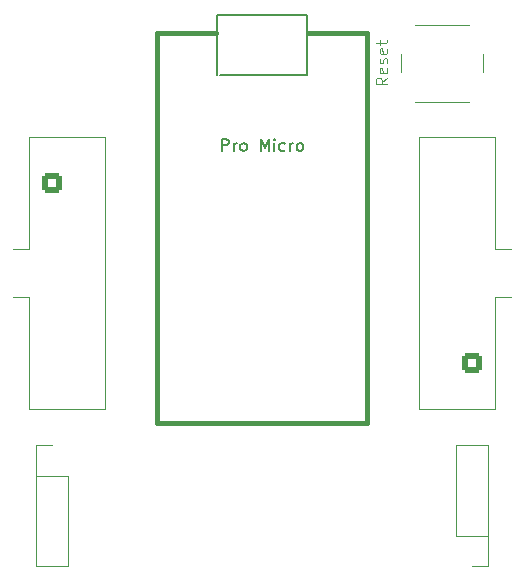
<source format=gto>
%TF.GenerationSoftware,KiCad,Pcbnew,(6.0.5-0)*%
%TF.CreationDate,2022-06-17T01:25:00+08:00*%
%TF.ProjectId,Pragmatic,50726167-6d61-4746-9963-2e6b69636164,V3*%
%TF.SameCoordinates,PX7df6180PY32de760*%
%TF.FileFunction,Legend,Top*%
%TF.FilePolarity,Positive*%
%FSLAX46Y46*%
G04 Gerber Fmt 4.6, Leading zero omitted, Abs format (unit mm)*
G04 Created by KiCad (PCBNEW (6.0.5-0)) date 2022-06-17 01:25:00*
%MOMM*%
%LPD*%
G01*
G04 APERTURE LIST*
G04 Aperture macros list*
%AMRoundRect*
0 Rectangle with rounded corners*
0 $1 Rounding radius*
0 $2 $3 $4 $5 $6 $7 $8 $9 X,Y pos of 4 corners*
0 Add a 4 corners polygon primitive as box body*
4,1,4,$2,$3,$4,$5,$6,$7,$8,$9,$2,$3,0*
0 Add four circle primitives for the rounded corners*
1,1,$1+$1,$2,$3*
1,1,$1+$1,$4,$5*
1,1,$1+$1,$6,$7*
1,1,$1+$1,$8,$9*
0 Add four rect primitives between the rounded corners*
20,1,$1+$1,$2,$3,$4,$5,0*
20,1,$1+$1,$4,$5,$6,$7,0*
20,1,$1+$1,$6,$7,$8,$9,0*
20,1,$1+$1,$8,$9,$2,$3,0*%
G04 Aperture macros list end*
%ADD10C,0.150000*%
%ADD11C,0.100000*%
%ADD12C,0.381000*%
%ADD13C,0.200000*%
%ADD14C,0.120000*%
%ADD15R,1.752600X1.752600*%
%ADD16C,1.752600*%
%ADD17C,0.010000*%
%ADD18RoundRect,0.250000X-0.600000X-0.600000X0.600000X-0.600000X0.600000X0.600000X-0.600000X0.600000X0*%
%ADD19C,1.700000*%
%ADD20RoundRect,0.250000X0.600000X0.600000X-0.600000X0.600000X-0.600000X-0.600000X0.600000X-0.600000X0*%
%ADD21C,2.000000*%
%ADD22R,1.700000X1.700000*%
%ADD23O,1.700000X1.700000*%
G04 APERTURE END LIST*
D10*
X4215238Y-6167380D02*
X4215238Y-5167380D01*
X4596190Y-5167380D01*
X4691428Y-5215000D01*
X4739047Y-5262619D01*
X4786666Y-5357857D01*
X4786666Y-5500714D01*
X4739047Y-5595952D01*
X4691428Y-5643571D01*
X4596190Y-5691190D01*
X4215238Y-5691190D01*
X5215238Y-6167380D02*
X5215238Y-5500714D01*
X5215238Y-5691190D02*
X5262857Y-5595952D01*
X5310476Y-5548333D01*
X5405714Y-5500714D01*
X5500952Y-5500714D01*
X5977142Y-6167380D02*
X5881904Y-6119761D01*
X5834285Y-6072142D01*
X5786666Y-5976904D01*
X5786666Y-5691190D01*
X5834285Y-5595952D01*
X5881904Y-5548333D01*
X5977142Y-5500714D01*
X6120000Y-5500714D01*
X6215238Y-5548333D01*
X6262857Y-5595952D01*
X6310476Y-5691190D01*
X6310476Y-5976904D01*
X6262857Y-6072142D01*
X6215238Y-6119761D01*
X6120000Y-6167380D01*
X5977142Y-6167380D01*
X7500952Y-6167380D02*
X7500952Y-5167380D01*
X7834285Y-5881666D01*
X8167619Y-5167380D01*
X8167619Y-6167380D01*
X8643809Y-6167380D02*
X8643809Y-5500714D01*
X8643809Y-5167380D02*
X8596190Y-5215000D01*
X8643809Y-5262619D01*
X8691428Y-5215000D01*
X8643809Y-5167380D01*
X8643809Y-5262619D01*
X9548571Y-6119761D02*
X9453333Y-6167380D01*
X9262857Y-6167380D01*
X9167619Y-6119761D01*
X9120000Y-6072142D01*
X9072380Y-5976904D01*
X9072380Y-5691190D01*
X9120000Y-5595952D01*
X9167619Y-5548333D01*
X9262857Y-5500714D01*
X9453333Y-5500714D01*
X9548571Y-5548333D01*
X9977142Y-6167380D02*
X9977142Y-5500714D01*
X9977142Y-5691190D02*
X10024761Y-5595952D01*
X10072380Y-5548333D01*
X10167619Y-5500714D01*
X10262857Y-5500714D01*
X10739047Y-6167380D02*
X10643809Y-6119761D01*
X10596190Y-6072142D01*
X10548571Y-5976904D01*
X10548571Y-5691190D01*
X10596190Y-5595952D01*
X10643809Y-5548333D01*
X10739047Y-5500714D01*
X10881904Y-5500714D01*
X10977142Y-5548333D01*
X11024761Y-5595952D01*
X11072380Y-5691190D01*
X11072380Y-5976904D01*
X11024761Y-6072142D01*
X10977142Y-6119761D01*
X10881904Y-6167380D01*
X10739047Y-6167380D01*
D11*
%TO.C,SW1*%
X18232380Y31905D02*
X17756190Y-301428D01*
X18232380Y-539523D02*
X17232380Y-539523D01*
X17232380Y-158571D01*
X17280000Y-63333D01*
X17327619Y-15714D01*
X17422857Y31905D01*
X17565714Y31905D01*
X17660952Y-15714D01*
X17708571Y-63333D01*
X17756190Y-158571D01*
X17756190Y-539523D01*
X18184761Y841429D02*
X18232380Y746191D01*
X18232380Y555715D01*
X18184761Y460477D01*
X18089523Y412858D01*
X17708571Y412858D01*
X17613333Y460477D01*
X17565714Y555715D01*
X17565714Y746191D01*
X17613333Y841429D01*
X17708571Y889048D01*
X17803809Y889048D01*
X17899047Y412858D01*
X18184761Y1270000D02*
X18232380Y1365239D01*
X18232380Y1555715D01*
X18184761Y1650953D01*
X18089523Y1698572D01*
X18041904Y1698572D01*
X17946666Y1650953D01*
X17899047Y1555715D01*
X17899047Y1412858D01*
X17851428Y1317620D01*
X17756190Y1270000D01*
X17708571Y1270000D01*
X17613333Y1317620D01*
X17565714Y1412858D01*
X17565714Y1555715D01*
X17613333Y1650953D01*
X18184761Y2508096D02*
X18232380Y2412858D01*
X18232380Y2222381D01*
X18184761Y2127143D01*
X18089523Y2079524D01*
X17708571Y2079524D01*
X17613333Y2127143D01*
X17565714Y2222381D01*
X17565714Y2412858D01*
X17613333Y2508096D01*
X17708571Y2555715D01*
X17803809Y2555715D01*
X17899047Y2079524D01*
X17565714Y2841429D02*
X17565714Y3222381D01*
X17232380Y2984286D02*
X18089523Y2984286D01*
X18184761Y3031905D01*
X18232380Y3127143D01*
X18232380Y3222381D01*
D12*
%TO.C,U1*%
X16510000Y3810000D02*
X11557000Y3810000D01*
X3683000Y3810000D02*
X-1270000Y3810000D01*
X-1270000Y1270000D02*
X-1270000Y-29210000D01*
X-1270000Y3810000D02*
X-1270000Y1270000D01*
X16510000Y1270000D02*
X16510000Y3810000D01*
X-1270000Y-29210000D02*
X16510000Y-29210000D01*
X16510000Y-29210000D02*
X16510000Y1270000D01*
D13*
X3810000Y5334000D02*
X11430000Y5334000D01*
X11430000Y5334000D02*
X11430000Y254000D01*
X3810000Y254000D02*
X3810000Y5334000D01*
X11430000Y254000D02*
X4064000Y254000D01*
D14*
%TO.C,J1*%
X-12140000Y-14460000D02*
X-12140000Y-4980000D01*
X-12140000Y-18560000D02*
X-12140000Y-18560000D01*
X-12140000Y-4980000D02*
X-5640000Y-4980000D01*
X-12140000Y-28040000D02*
X-12140000Y-18560000D01*
X-12140000Y-18560000D02*
X-13450000Y-18560000D01*
X-5640000Y-28040000D02*
X-12140000Y-28040000D01*
X-13450000Y-14460000D02*
X-12140000Y-14460000D01*
X-5640000Y-4980000D02*
X-5640000Y-28040000D01*
%TO.C,J2*%
X20880000Y-4980000D02*
X27380000Y-4980000D01*
X20880000Y-28040000D02*
X20880000Y-4980000D01*
X27380000Y-14460000D02*
X28690000Y-14460000D01*
X27380000Y-4980000D02*
X27380000Y-14460000D01*
X28690000Y-18560000D02*
X27380000Y-18560000D01*
X27380000Y-14460000D02*
X27380000Y-14460000D01*
X27380000Y-28040000D02*
X20880000Y-28040000D01*
X27380000Y-18560000D02*
X27380000Y-28040000D01*
%TO.C,SW1*%
X20610000Y-1980000D02*
X25110000Y-1980000D01*
X26360000Y520000D02*
X26360000Y2020000D01*
X19360000Y2020000D02*
X19360000Y520000D01*
X25110000Y4520000D02*
X20610000Y4520000D01*
%TO.C,J3*%
X-11490000Y-41345000D02*
X-8830000Y-41345000D01*
X-8830000Y-33665000D02*
X-8830000Y-41345000D01*
X-11490000Y-33665000D02*
X-8830000Y-33665000D01*
X-11490000Y-31065000D02*
X-11490000Y-33725000D01*
X-11490000Y-31065000D02*
X-10160000Y-31065000D01*
X-11490000Y-33665000D02*
X-11490000Y-41345000D01*
X-11490000Y-32395000D02*
X-11490000Y-31065000D01*
%TO.C,J4*%
X24070000Y-38735000D02*
X24070000Y-31055000D01*
X26730000Y-38735000D02*
X26730000Y-31055000D01*
X26730000Y-41335000D02*
X25400000Y-41335000D01*
X26730000Y-38735000D02*
X24070000Y-38735000D01*
X26730000Y-31055000D02*
X24070000Y-31055000D01*
X26730000Y-41335000D02*
X26730000Y-38675000D01*
X26730000Y-40005000D02*
X26730000Y-41335000D01*
%TD*%
D15*
%TO.C,U1*%
X0Y0D03*
D16*
X0Y-2540000D03*
X0Y-5080000D03*
X0Y-7620000D03*
X0Y-10160000D03*
X0Y-12700000D03*
X0Y-15240000D03*
X0Y-17780000D03*
X0Y-20320000D03*
X0Y-22860000D03*
X0Y-25400000D03*
X0Y-27940000D03*
X15240000Y-27940000D03*
X15240000Y-25400000D03*
X15240000Y-22860000D03*
X15240000Y-20320000D03*
X15240000Y-17780000D03*
X15240000Y-15240000D03*
X15240000Y-12700000D03*
X15240000Y-10160000D03*
X15240000Y-7620000D03*
X15240000Y-5080000D03*
X15240000Y-2540000D03*
X15240000Y0D03*
%TD*%
%LPC*%
D12*
X-1631421Y-37344047D02*
X-1313921Y-34804047D01*
X-346302Y-34804047D01*
X-119517Y-34925000D01*
X-13683Y-35045952D01*
X77031Y-35287857D01*
X31674Y-35650714D01*
X-119517Y-35892619D01*
X-255588Y-36013571D01*
X-512612Y-36134523D01*
X-1480231Y-36134523D01*
X908579Y-37344047D02*
X1120245Y-35650714D01*
X1059769Y-36134523D02*
X1210960Y-35892619D01*
X1347031Y-35771666D01*
X1604055Y-35650714D01*
X1845960Y-35650714D01*
X3569531Y-37344047D02*
X3735841Y-36013571D01*
X3645126Y-35771666D01*
X3418341Y-35650714D01*
X2934531Y-35650714D01*
X2677507Y-35771666D01*
X3584650Y-37223095D02*
X3327626Y-37344047D01*
X2722864Y-37344047D01*
X2496079Y-37223095D01*
X2405364Y-36981190D01*
X2435602Y-36739285D01*
X2586793Y-36497380D01*
X2843817Y-36376428D01*
X3448579Y-36376428D01*
X3705602Y-36255476D01*
X6079293Y-35650714D02*
X5822269Y-37706904D01*
X5671079Y-37948809D01*
X5535007Y-38069761D01*
X5277983Y-38190714D01*
X4915126Y-38190714D01*
X4688341Y-38069761D01*
X5882745Y-37223095D02*
X5625722Y-37344047D01*
X5141912Y-37344047D01*
X4915126Y-37223095D01*
X4809293Y-37102142D01*
X4718579Y-36860238D01*
X4809293Y-36134523D01*
X4960483Y-35892619D01*
X5096555Y-35771666D01*
X5353579Y-35650714D01*
X5837388Y-35650714D01*
X6064174Y-35771666D01*
X7077150Y-37344047D02*
X7288817Y-35650714D01*
X7258579Y-35892619D02*
X7394650Y-35771666D01*
X7651674Y-35650714D01*
X8014531Y-35650714D01*
X8241317Y-35771666D01*
X8332031Y-36013571D01*
X8165722Y-37344047D01*
X8332031Y-36013571D02*
X8483222Y-35771666D01*
X8740245Y-35650714D01*
X9103102Y-35650714D01*
X9329888Y-35771666D01*
X9420602Y-36013571D01*
X9254293Y-37344047D01*
X11552388Y-37344047D02*
X11718698Y-36013571D01*
X11627983Y-35771666D01*
X11401198Y-35650714D01*
X10917388Y-35650714D01*
X10660364Y-35771666D01*
X11567507Y-37223095D02*
X11310483Y-37344047D01*
X10705722Y-37344047D01*
X10478936Y-37223095D01*
X10388222Y-36981190D01*
X10418460Y-36739285D01*
X10569650Y-36497380D01*
X10826674Y-36376428D01*
X11431436Y-36376428D01*
X11688460Y-36255476D01*
X12610722Y-35650714D02*
X13578341Y-35650714D01*
X13079412Y-34804047D02*
X12807269Y-36981190D01*
X12897983Y-37223095D01*
X13124769Y-37344047D01*
X13366674Y-37344047D01*
X14213341Y-37344047D02*
X14425007Y-35650714D01*
X14530841Y-34804047D02*
X14394769Y-34925000D01*
X14500602Y-35045952D01*
X14636674Y-34925000D01*
X14530841Y-34804047D01*
X14500602Y-35045952D01*
X16526555Y-37223095D02*
X16269531Y-37344047D01*
X15785722Y-37344047D01*
X15558936Y-37223095D01*
X15453102Y-37102142D01*
X15362388Y-36860238D01*
X15453102Y-36134523D01*
X15604293Y-35892619D01*
X15740364Y-35771666D01*
X15997388Y-35650714D01*
X16481198Y-35650714D01*
X16707983Y-35771666D01*
%TO.C,Logo1*%
G36*
X-5205167Y-688663D02*
G01*
X-5202952Y-726850D01*
X-5201216Y-784886D01*
X-5200101Y-858180D01*
X-5199743Y-935055D01*
X-5199743Y-1195196D01*
X-5245674Y-1241127D01*
X-5277325Y-1269429D01*
X-5305110Y-1280893D01*
X-5343085Y-1280168D01*
X-5358160Y-1278321D01*
X-5405274Y-1272948D01*
X-5444244Y-1269869D01*
X-5453743Y-1269585D01*
X-5485767Y-1271445D01*
X-5531568Y-1276114D01*
X-5549326Y-1278321D01*
X-5592943Y-1281735D01*
X-5622255Y-1274320D01*
X-5651320Y-1251427D01*
X-5661812Y-1241127D01*
X-5707743Y-1195196D01*
X-5707743Y-708602D01*
X-5670774Y-691758D01*
X-5638941Y-679282D01*
X-5620317Y-674914D01*
X-5615542Y-688718D01*
X-5611079Y-727286D01*
X-5607225Y-786356D01*
X-5604278Y-861663D01*
X-5602857Y-925286D01*
X-5598886Y-1175657D01*
X-5564241Y-1180556D01*
X-5532732Y-1177131D01*
X-5517292Y-1166041D01*
X-5512977Y-1145308D01*
X-5509292Y-1101145D01*
X-5506531Y-1039146D01*
X-5504988Y-964909D01*
X-5504765Y-926706D01*
X-5504543Y-706783D01*
X-5458834Y-690849D01*
X-5426482Y-680015D01*
X-5408885Y-674962D01*
X-5408377Y-674914D01*
X-5406612Y-688648D01*
X-5404671Y-726730D01*
X-5402718Y-784482D01*
X-5400916Y-857227D01*
X-5399657Y-925286D01*
X-5395686Y-1175657D01*
X-5308600Y-1175657D01*
X-5304604Y-947240D01*
X-5300608Y-718822D01*
X-5258153Y-696868D01*
X-5226808Y-681793D01*
X-5208256Y-674951D01*
X-5207721Y-674914D01*
X-5205167Y-688663D01*
G37*
D17*
X-5205167Y-688663D02*
X-5202952Y-726850D01*
X-5201216Y-784886D01*
X-5200101Y-858180D01*
X-5199743Y-935055D01*
X-5199743Y-1195196D01*
X-5245674Y-1241127D01*
X-5277325Y-1269429D01*
X-5305110Y-1280893D01*
X-5343085Y-1280168D01*
X-5358160Y-1278321D01*
X-5405274Y-1272948D01*
X-5444244Y-1269869D01*
X-5453743Y-1269585D01*
X-5485767Y-1271445D01*
X-5531568Y-1276114D01*
X-5549326Y-1278321D01*
X-5592943Y-1281735D01*
X-5622255Y-1274320D01*
X-5651320Y-1251427D01*
X-5661812Y-1241127D01*
X-5707743Y-1195196D01*
X-5707743Y-708602D01*
X-5670774Y-691758D01*
X-5638941Y-679282D01*
X-5620317Y-674914D01*
X-5615542Y-688718D01*
X-5611079Y-727286D01*
X-5607225Y-786356D01*
X-5604278Y-861663D01*
X-5602857Y-925286D01*
X-5598886Y-1175657D01*
X-5564241Y-1180556D01*
X-5532732Y-1177131D01*
X-5517292Y-1166041D01*
X-5512977Y-1145308D01*
X-5509292Y-1101145D01*
X-5506531Y-1039146D01*
X-5504988Y-964909D01*
X-5504765Y-926706D01*
X-5504543Y-706783D01*
X-5458834Y-690849D01*
X-5426482Y-680015D01*
X-5408885Y-674962D01*
X-5408377Y-674914D01*
X-5406612Y-688648D01*
X-5404671Y-726730D01*
X-5402718Y-784482D01*
X-5400916Y-857227D01*
X-5399657Y-925286D01*
X-5395686Y-1175657D01*
X-5308600Y-1175657D01*
X-5304604Y-947240D01*
X-5300608Y-718822D01*
X-5258153Y-696868D01*
X-5226808Y-681793D01*
X-5208256Y-674951D01*
X-5207721Y-674914D01*
X-5205167Y-688663D01*
G36*
X-6881090Y4027652D02*
G01*
X-6802546Y4027222D01*
X-6745702Y4026058D01*
X-6706895Y4023793D01*
X-6682462Y4020060D01*
X-6668738Y4014494D01*
X-6662060Y4006727D01*
X-6658764Y3996395D01*
X-6658444Y3995057D01*
X-6653438Y3970921D01*
X-6644171Y3923299D01*
X-6631608Y3857259D01*
X-6616713Y3777872D01*
X-6600449Y3690204D01*
X-6599881Y3687125D01*
X-6583590Y3601211D01*
X-6568348Y3525304D01*
X-6555139Y3463955D01*
X-6544946Y3421718D01*
X-6538752Y3403145D01*
X-6538457Y3402816D01*
X-6520212Y3393747D01*
X-6482595Y3378633D01*
X-6433729Y3360738D01*
X-6433457Y3360642D01*
X-6371907Y3337507D01*
X-6299343Y3308035D01*
X-6230943Y3278403D01*
X-6227706Y3276938D01*
X-6116298Y3226374D01*
X-5869601Y3394840D01*
X-5793923Y3446197D01*
X-5725369Y3492111D01*
X-5667912Y3529970D01*
X-5625524Y3557163D01*
X-5602175Y3571079D01*
X-5599958Y3572111D01*
X-5582990Y3567516D01*
X-5551299Y3545345D01*
X-5503648Y3504553D01*
X-5438802Y3444095D01*
X-5372603Y3379773D01*
X-5308786Y3316388D01*
X-5251671Y3258549D01*
X-5204695Y3209825D01*
X-5171297Y3173790D01*
X-5154915Y3154016D01*
X-5154306Y3152998D01*
X-5152495Y3139428D01*
X-5159317Y3117267D01*
X-5176460Y3083522D01*
X-5205607Y3035200D01*
X-5248445Y2969308D01*
X-5305552Y2884483D01*
X-5356234Y2809823D01*
X-5401539Y2742860D01*
X-5438850Y2687484D01*
X-5465548Y2647580D01*
X-5479015Y2627038D01*
X-5479863Y2625644D01*
X-5478219Y2605962D01*
X-5465755Y2567707D01*
X-5444952Y2518111D01*
X-5437538Y2502272D01*
X-5405186Y2431710D01*
X-5370672Y2351647D01*
X-5342635Y2282371D01*
X-5322432Y2230955D01*
X-5306385Y2191881D01*
X-5297112Y2171459D01*
X-5295959Y2169886D01*
X-5278904Y2167279D01*
X-5238702Y2160137D01*
X-5180698Y2149477D01*
X-5110237Y2136315D01*
X-5032665Y2121667D01*
X-4953328Y2106551D01*
X-4877569Y2091982D01*
X-4810736Y2078978D01*
X-4758172Y2068555D01*
X-4725224Y2061730D01*
X-4717143Y2059801D01*
X-4708795Y2055038D01*
X-4702494Y2044282D01*
X-4697955Y2023902D01*
X-4694896Y1990266D01*
X-4693033Y1939745D01*
X-4692082Y1868708D01*
X-4691760Y1773524D01*
X-4691743Y1734508D01*
X-4691743Y1417201D01*
X-4767943Y1402161D01*
X-4810337Y1394005D01*
X-4873600Y1382101D01*
X-4950038Y1367884D01*
X-5031957Y1352790D01*
X-5054600Y1348645D01*
X-5130194Y1333947D01*
X-5196047Y1319495D01*
X-5246634Y1306625D01*
X-5276426Y1296678D01*
X-5281388Y1293713D01*
X-5293574Y1272717D01*
X-5311047Y1232033D01*
X-5330423Y1179678D01*
X-5334266Y1168400D01*
X-5359661Y1098477D01*
X-5391183Y1019582D01*
X-5422031Y948734D01*
X-5422183Y948405D01*
X-5473553Y837267D01*
X-5304601Y588747D01*
X-5135648Y340228D01*
X-5352571Y122942D01*
X-5418181Y58274D01*
X-5478021Y1267D01*
X-5528733Y-45033D01*
X-5566954Y-77584D01*
X-5589325Y-93343D01*
X-5592534Y-94343D01*
X-5611374Y-86469D01*
X-5649820Y-64578D01*
X-5703670Y-31267D01*
X-5768724Y10869D01*
X-5839060Y58057D01*
X-5910445Y106190D01*
X-5974092Y148072D01*
X-6025959Y181129D01*
X-6062005Y202782D01*
X-6078133Y210457D01*
X-6097811Y203963D01*
X-6135125Y186850D01*
X-6182379Y162674D01*
X-6187388Y159987D01*
X-6251023Y128073D01*
X-6294659Y112421D01*
X-6321798Y112255D01*
X-6335943Y126796D01*
X-6336025Y127000D01*
X-6343095Y144221D01*
X-6359958Y185101D01*
X-6385305Y246475D01*
X-6417829Y325181D01*
X-6456222Y418053D01*
X-6499178Y521928D01*
X-6540778Y622498D01*
X-6586496Y733484D01*
X-6628474Y836297D01*
X-6665452Y927785D01*
X-6696173Y1004799D01*
X-6719378Y1064185D01*
X-6733810Y1102791D01*
X-6738257Y1117200D01*
X-6727104Y1133728D01*
X-6697931Y1160070D01*
X-6659029Y1189113D01*
X-6548243Y1280961D01*
X-6461649Y1386241D01*
X-6400284Y1502734D01*
X-6365185Y1628224D01*
X-6357392Y1760493D01*
X-6363057Y1821543D01*
X-6393922Y1948205D01*
X-6447080Y2060059D01*
X-6519233Y2155999D01*
X-6607083Y2234924D01*
X-6707335Y2295730D01*
X-6816690Y2337313D01*
X-6931853Y2358572D01*
X-7049525Y2358401D01*
X-7166410Y2335699D01*
X-7279211Y2289362D01*
X-7384631Y2218287D01*
X-7428632Y2178089D01*
X-7513021Y2074871D01*
X-7571778Y1962075D01*
X-7605296Y1842990D01*
X-7613965Y1720905D01*
X-7598177Y1599107D01*
X-7558322Y1480884D01*
X-7494793Y1369525D01*
X-7407979Y1268316D01*
X-7310971Y1189113D01*
X-7270563Y1158838D01*
X-7242018Y1132781D01*
X-7231743Y1117175D01*
X-7237123Y1100157D01*
X-7252425Y1059500D01*
X-7276388Y998358D01*
X-7307756Y919881D01*
X-7345268Y827220D01*
X-7387667Y723528D01*
X-7429337Y622474D01*
X-7475310Y511393D01*
X-7517893Y408459D01*
X-7555779Y316835D01*
X-7587660Y239684D01*
X-7612229Y180169D01*
X-7628180Y141456D01*
X-7634090Y127000D01*
X-7648052Y112315D01*
X-7675060Y112358D01*
X-7718587Y127901D01*
X-7782110Y159716D01*
X-7782612Y159987D01*
X-7830440Y184677D01*
X-7869103Y202662D01*
X-7890905Y210386D01*
X-7891867Y210457D01*
X-7908279Y202622D01*
X-7944513Y180835D01*
X-7996526Y147672D01*
X-8060275Y105709D01*
X-8130940Y58057D01*
X-8202884Y9809D01*
X-8267726Y-32151D01*
X-8321265Y-65227D01*
X-8359303Y-86821D01*
X-8377467Y-94343D01*
X-8394192Y-84457D01*
X-8427820Y-56826D01*
X-8474990Y-14495D01*
X-8532342Y39495D01*
X-8596516Y102101D01*
X-8617503Y123017D01*
X-8834501Y340377D01*
X-8669332Y582780D01*
X-8619136Y657219D01*
X-8575081Y724028D01*
X-8539638Y779335D01*
X-8515281Y819271D01*
X-8504478Y839964D01*
X-8504162Y841437D01*
X-8509857Y860942D01*
X-8525174Y900178D01*
X-8547463Y952570D01*
X-8563107Y987645D01*
X-8592359Y1054799D01*
X-8619906Y1122642D01*
X-8641263Y1179966D01*
X-8647065Y1197428D01*
X-8663548Y1244062D01*
X-8679660Y1280095D01*
X-8688510Y1293713D01*
X-8708040Y1302048D01*
X-8750666Y1313863D01*
X-8810855Y1327819D01*
X-8883078Y1342578D01*
X-8915400Y1348645D01*
X-8997478Y1363727D01*
X-9076205Y1378331D01*
X-9143891Y1391020D01*
X-9192840Y1400358D01*
X-9202057Y1402161D01*
X-9278257Y1417201D01*
X-9278257Y1734508D01*
X-9278086Y1838846D01*
X-9277384Y1917787D01*
X-9275866Y1974962D01*
X-9273251Y2014001D01*
X-9269254Y2038535D01*
X-9263591Y2052195D01*
X-9255980Y2058611D01*
X-9252857Y2059801D01*
X-9234022Y2064020D01*
X-9192412Y2072438D01*
X-9133370Y2084039D01*
X-9062243Y2097805D01*
X-8984375Y2112720D01*
X-8905113Y2127768D01*
X-8829802Y2141931D01*
X-8763787Y2154194D01*
X-8712413Y2163539D01*
X-8681025Y2168950D01*
X-8674041Y2169886D01*
X-8667715Y2182404D01*
X-8653710Y2215754D01*
X-8634645Y2263623D01*
X-8627366Y2282371D01*
X-8598004Y2354805D01*
X-8563429Y2434830D01*
X-8532463Y2502272D01*
X-8509677Y2553841D01*
X-8494518Y2596215D01*
X-8489458Y2622166D01*
X-8490264Y2625644D01*
X-8500959Y2642064D01*
X-8525380Y2678583D01*
X-8560905Y2731313D01*
X-8604913Y2796365D01*
X-8654783Y2869849D01*
X-8664644Y2884355D01*
X-8722508Y2970296D01*
X-8765044Y3035739D01*
X-8793946Y3083696D01*
X-8810910Y3117180D01*
X-8817633Y3139205D01*
X-8815810Y3152783D01*
X-8815764Y3152869D01*
X-8801414Y3170703D01*
X-8769677Y3205183D01*
X-8723990Y3252732D01*
X-8667796Y3309778D01*
X-8604532Y3372745D01*
X-8597398Y3379773D01*
X-8517670Y3456980D01*
X-8456143Y3513670D01*
X-8411579Y3550890D01*
X-8382743Y3569685D01*
X-8370042Y3572111D01*
X-8351506Y3561529D01*
X-8313039Y3537084D01*
X-8258614Y3501388D01*
X-8192202Y3457053D01*
X-8117775Y3406689D01*
X-8100399Y3394840D01*
X-7853703Y3226374D01*
X-7742294Y3276938D01*
X-7674543Y3306405D01*
X-7601817Y3336041D01*
X-7539297Y3359670D01*
X-7536543Y3360642D01*
X-7487640Y3378543D01*
X-7449943Y3393680D01*
X-7431575Y3402790D01*
X-7431544Y3402816D01*
X-7425715Y3419283D01*
X-7415808Y3459781D01*
X-7402805Y3519758D01*
X-7387691Y3594660D01*
X-7371448Y3679936D01*
X-7370119Y3687125D01*
X-7353825Y3774986D01*
X-7338867Y3854740D01*
X-7326209Y3921319D01*
X-7316814Y3969653D01*
X-7311646Y3994675D01*
X-7311556Y3995057D01*
X-7308411Y4005701D01*
X-7302296Y4013738D01*
X-7289547Y4019533D01*
X-7266500Y4023453D01*
X-7229491Y4025865D01*
X-7174856Y4027135D01*
X-7098933Y4027629D01*
X-6998056Y4027714D01*
X-6985000Y4027714D01*
X-6881090Y4027652D01*
G37*
X-6881090Y4027652D02*
X-6802546Y4027222D01*
X-6745702Y4026058D01*
X-6706895Y4023793D01*
X-6682462Y4020060D01*
X-6668738Y4014494D01*
X-6662060Y4006727D01*
X-6658764Y3996395D01*
X-6658444Y3995057D01*
X-6653438Y3970921D01*
X-6644171Y3923299D01*
X-6631608Y3857259D01*
X-6616713Y3777872D01*
X-6600449Y3690204D01*
X-6599881Y3687125D01*
X-6583590Y3601211D01*
X-6568348Y3525304D01*
X-6555139Y3463955D01*
X-6544946Y3421718D01*
X-6538752Y3403145D01*
X-6538457Y3402816D01*
X-6520212Y3393747D01*
X-6482595Y3378633D01*
X-6433729Y3360738D01*
X-6433457Y3360642D01*
X-6371907Y3337507D01*
X-6299343Y3308035D01*
X-6230943Y3278403D01*
X-6227706Y3276938D01*
X-6116298Y3226374D01*
X-5869601Y3394840D01*
X-5793923Y3446197D01*
X-5725369Y3492111D01*
X-5667912Y3529970D01*
X-5625524Y3557163D01*
X-5602175Y3571079D01*
X-5599958Y3572111D01*
X-5582990Y3567516D01*
X-5551299Y3545345D01*
X-5503648Y3504553D01*
X-5438802Y3444095D01*
X-5372603Y3379773D01*
X-5308786Y3316388D01*
X-5251671Y3258549D01*
X-5204695Y3209825D01*
X-5171297Y3173790D01*
X-5154915Y3154016D01*
X-5154306Y3152998D01*
X-5152495Y3139428D01*
X-5159317Y3117267D01*
X-5176460Y3083522D01*
X-5205607Y3035200D01*
X-5248445Y2969308D01*
X-5305552Y2884483D01*
X-5356234Y2809823D01*
X-5401539Y2742860D01*
X-5438850Y2687484D01*
X-5465548Y2647580D01*
X-5479015Y2627038D01*
X-5479863Y2625644D01*
X-5478219Y2605962D01*
X-5465755Y2567707D01*
X-5444952Y2518111D01*
X-5437538Y2502272D01*
X-5405186Y2431710D01*
X-5370672Y2351647D01*
X-5342635Y2282371D01*
X-5322432Y2230955D01*
X-5306385Y2191881D01*
X-5297112Y2171459D01*
X-5295959Y2169886D01*
X-5278904Y2167279D01*
X-5238702Y2160137D01*
X-5180698Y2149477D01*
X-5110237Y2136315D01*
X-5032665Y2121667D01*
X-4953328Y2106551D01*
X-4877569Y2091982D01*
X-4810736Y2078978D01*
X-4758172Y2068555D01*
X-4725224Y2061730D01*
X-4717143Y2059801D01*
X-4708795Y2055038D01*
X-4702494Y2044282D01*
X-4697955Y2023902D01*
X-4694896Y1990266D01*
X-4693033Y1939745D01*
X-4692082Y1868708D01*
X-4691760Y1773524D01*
X-4691743Y1734508D01*
X-4691743Y1417201D01*
X-4767943Y1402161D01*
X-4810337Y1394005D01*
X-4873600Y1382101D01*
X-4950038Y1367884D01*
X-5031957Y1352790D01*
X-5054600Y1348645D01*
X-5130194Y1333947D01*
X-5196047Y1319495D01*
X-5246634Y1306625D01*
X-5276426Y1296678D01*
X-5281388Y1293713D01*
X-5293574Y1272717D01*
X-5311047Y1232033D01*
X-5330423Y1179678D01*
X-5334266Y1168400D01*
X-5359661Y1098477D01*
X-5391183Y1019582D01*
X-5422031Y948734D01*
X-5422183Y948405D01*
X-5473553Y837267D01*
X-5304601Y588747D01*
X-5135648Y340228D01*
X-5352571Y122942D01*
X-5418181Y58274D01*
X-5478021Y1267D01*
X-5528733Y-45033D01*
X-5566954Y-77584D01*
X-5589325Y-93343D01*
X-5592534Y-94343D01*
X-5611374Y-86469D01*
X-5649820Y-64578D01*
X-5703670Y-31267D01*
X-5768724Y10869D01*
X-5839060Y58057D01*
X-5910445Y106190D01*
X-5974092Y148072D01*
X-6025959Y181129D01*
X-6062005Y202782D01*
X-6078133Y210457D01*
X-6097811Y203963D01*
X-6135125Y186850D01*
X-6182379Y162674D01*
X-6187388Y159987D01*
X-6251023Y128073D01*
X-6294659Y112421D01*
X-6321798Y112255D01*
X-6335943Y126796D01*
X-6336025Y127000D01*
X-6343095Y144221D01*
X-6359958Y185101D01*
X-6385305Y246475D01*
X-6417829Y325181D01*
X-6456222Y418053D01*
X-6499178Y521928D01*
X-6540778Y622498D01*
X-6586496Y733484D01*
X-6628474Y836297D01*
X-6665452Y927785D01*
X-6696173Y1004799D01*
X-6719378Y1064185D01*
X-6733810Y1102791D01*
X-6738257Y1117200D01*
X-6727104Y1133728D01*
X-6697931Y1160070D01*
X-6659029Y1189113D01*
X-6548243Y1280961D01*
X-6461649Y1386241D01*
X-6400284Y1502734D01*
X-6365185Y1628224D01*
X-6357392Y1760493D01*
X-6363057Y1821543D01*
X-6393922Y1948205D01*
X-6447080Y2060059D01*
X-6519233Y2155999D01*
X-6607083Y2234924D01*
X-6707335Y2295730D01*
X-6816690Y2337313D01*
X-6931853Y2358572D01*
X-7049525Y2358401D01*
X-7166410Y2335699D01*
X-7279211Y2289362D01*
X-7384631Y2218287D01*
X-7428632Y2178089D01*
X-7513021Y2074871D01*
X-7571778Y1962075D01*
X-7605296Y1842990D01*
X-7613965Y1720905D01*
X-7598177Y1599107D01*
X-7558322Y1480884D01*
X-7494793Y1369525D01*
X-7407979Y1268316D01*
X-7310971Y1189113D01*
X-7270563Y1158838D01*
X-7242018Y1132781D01*
X-7231743Y1117175D01*
X-7237123Y1100157D01*
X-7252425Y1059500D01*
X-7276388Y998358D01*
X-7307756Y919881D01*
X-7345268Y827220D01*
X-7387667Y723528D01*
X-7429337Y622474D01*
X-7475310Y511393D01*
X-7517893Y408459D01*
X-7555779Y316835D01*
X-7587660Y239684D01*
X-7612229Y180169D01*
X-7628180Y141456D01*
X-7634090Y127000D01*
X-7648052Y112315D01*
X-7675060Y112358D01*
X-7718587Y127901D01*
X-7782110Y159716D01*
X-7782612Y159987D01*
X-7830440Y184677D01*
X-7869103Y202662D01*
X-7890905Y210386D01*
X-7891867Y210457D01*
X-7908279Y202622D01*
X-7944513Y180835D01*
X-7996526Y147672D01*
X-8060275Y105709D01*
X-8130940Y58057D01*
X-8202884Y9809D01*
X-8267726Y-32151D01*
X-8321265Y-65227D01*
X-8359303Y-86821D01*
X-8377467Y-94343D01*
X-8394192Y-84457D01*
X-8427820Y-56826D01*
X-8474990Y-14495D01*
X-8532342Y39495D01*
X-8596516Y102101D01*
X-8617503Y123017D01*
X-8834501Y340377D01*
X-8669332Y582780D01*
X-8619136Y657219D01*
X-8575081Y724028D01*
X-8539638Y779335D01*
X-8515281Y819271D01*
X-8504478Y839964D01*
X-8504162Y841437D01*
X-8509857Y860942D01*
X-8525174Y900178D01*
X-8547463Y952570D01*
X-8563107Y987645D01*
X-8592359Y1054799D01*
X-8619906Y1122642D01*
X-8641263Y1179966D01*
X-8647065Y1197428D01*
X-8663548Y1244062D01*
X-8679660Y1280095D01*
X-8688510Y1293713D01*
X-8708040Y1302048D01*
X-8750666Y1313863D01*
X-8810855Y1327819D01*
X-8883078Y1342578D01*
X-8915400Y1348645D01*
X-8997478Y1363727D01*
X-9076205Y1378331D01*
X-9143891Y1391020D01*
X-9192840Y1400358D01*
X-9202057Y1402161D01*
X-9278257Y1417201D01*
X-9278257Y1734508D01*
X-9278086Y1838846D01*
X-9277384Y1917787D01*
X-9275866Y1974962D01*
X-9273251Y2014001D01*
X-9269254Y2038535D01*
X-9263591Y2052195D01*
X-9255980Y2058611D01*
X-9252857Y2059801D01*
X-9234022Y2064020D01*
X-9192412Y2072438D01*
X-9133370Y2084039D01*
X-9062243Y2097805D01*
X-8984375Y2112720D01*
X-8905113Y2127768D01*
X-8829802Y2141931D01*
X-8763787Y2154194D01*
X-8712413Y2163539D01*
X-8681025Y2168950D01*
X-8674041Y2169886D01*
X-8667715Y2182404D01*
X-8653710Y2215754D01*
X-8634645Y2263623D01*
X-8627366Y2282371D01*
X-8598004Y2354805D01*
X-8563429Y2434830D01*
X-8532463Y2502272D01*
X-8509677Y2553841D01*
X-8494518Y2596215D01*
X-8489458Y2622166D01*
X-8490264Y2625644D01*
X-8500959Y2642064D01*
X-8525380Y2678583D01*
X-8560905Y2731313D01*
X-8604913Y2796365D01*
X-8654783Y2869849D01*
X-8664644Y2884355D01*
X-8722508Y2970296D01*
X-8765044Y3035739D01*
X-8793946Y3083696D01*
X-8810910Y3117180D01*
X-8817633Y3139205D01*
X-8815810Y3152783D01*
X-8815764Y3152869D01*
X-8801414Y3170703D01*
X-8769677Y3205183D01*
X-8723990Y3252732D01*
X-8667796Y3309778D01*
X-8604532Y3372745D01*
X-8597398Y3379773D01*
X-8517670Y3456980D01*
X-8456143Y3513670D01*
X-8411579Y3550890D01*
X-8382743Y3569685D01*
X-8370042Y3572111D01*
X-8351506Y3561529D01*
X-8313039Y3537084D01*
X-8258614Y3501388D01*
X-8192202Y3457053D01*
X-8117775Y3406689D01*
X-8100399Y3394840D01*
X-7853703Y3226374D01*
X-7742294Y3276938D01*
X-7674543Y3306405D01*
X-7601817Y3336041D01*
X-7539297Y3359670D01*
X-7536543Y3360642D01*
X-7487640Y3378543D01*
X-7449943Y3393680D01*
X-7431575Y3402790D01*
X-7431544Y3402816D01*
X-7425715Y3419283D01*
X-7415808Y3459781D01*
X-7402805Y3519758D01*
X-7387691Y3594660D01*
X-7371448Y3679936D01*
X-7370119Y3687125D01*
X-7353825Y3774986D01*
X-7338867Y3854740D01*
X-7326209Y3921319D01*
X-7316814Y3969653D01*
X-7311646Y3994675D01*
X-7311556Y3995057D01*
X-7308411Y4005701D01*
X-7302296Y4013738D01*
X-7289547Y4019533D01*
X-7266500Y4023453D01*
X-7229491Y4025865D01*
X-7174856Y4027135D01*
X-7098933Y4027629D01*
X-6998056Y4027714D01*
X-6985000Y4027714D01*
X-6881090Y4027652D01*
G36*
X-4116804Y-825384D02*
G01*
X-4103116Y-776695D01*
X-4080904Y-740849D01*
X-4048426Y-712513D01*
X-4034267Y-703355D01*
X-3969947Y-679507D01*
X-3899527Y-678006D01*
X-3831405Y-696966D01*
X-3773979Y-734497D01*
X-3746281Y-768096D01*
X-3724338Y-829064D01*
X-3722595Y-877308D01*
X-3726543Y-941816D01*
X-3875314Y-1006934D01*
X-3947651Y-1040202D01*
X-3994916Y-1066964D01*
X-4019493Y-1090144D01*
X-4023763Y-1112667D01*
X-4010111Y-1137455D01*
X-3995057Y-1153886D01*
X-3951254Y-1180235D01*
X-3903611Y-1182081D01*
X-3859855Y-1161546D01*
X-3827711Y-1120752D01*
X-3821962Y-1106347D01*
X-3794424Y-1061356D01*
X-3762742Y-1042182D01*
X-3719286Y-1025779D01*
X-3719286Y-1087966D01*
X-3723128Y-1130283D01*
X-3738177Y-1165969D01*
X-3769720Y-1206943D01*
X-3774408Y-1212267D01*
X-3809494Y-1248720D01*
X-3839653Y-1268283D01*
X-3877385Y-1277283D01*
X-3908665Y-1280230D01*
X-3964615Y-1280965D01*
X-4004445Y-1271660D01*
X-4029292Y-1257846D01*
X-4068344Y-1227467D01*
X-4095375Y-1194613D01*
X-4112483Y-1153294D01*
X-4121762Y-1097521D01*
X-4125307Y-1021305D01*
X-4125590Y-982622D01*
X-4124628Y-936247D01*
X-4036993Y-936247D01*
X-4035977Y-961126D01*
X-4033444Y-965200D01*
X-4016726Y-959665D01*
X-3980751Y-945017D01*
X-3932669Y-924190D01*
X-3922614Y-919714D01*
X-3861848Y-888814D01*
X-3828368Y-861657D01*
X-3821010Y-836220D01*
X-3838609Y-810481D01*
X-3853144Y-799109D01*
X-3905590Y-776364D01*
X-3954678Y-780122D01*
X-3995773Y-807884D01*
X-4024242Y-857152D01*
X-4033369Y-896257D01*
X-4036993Y-936247D01*
X-4124628Y-936247D01*
X-4123715Y-892249D01*
X-4116804Y-825384D01*
G37*
X-4116804Y-825384D02*
X-4103116Y-776695D01*
X-4080904Y-740849D01*
X-4048426Y-712513D01*
X-4034267Y-703355D01*
X-3969947Y-679507D01*
X-3899527Y-678006D01*
X-3831405Y-696966D01*
X-3773979Y-734497D01*
X-3746281Y-768096D01*
X-3724338Y-829064D01*
X-3722595Y-877308D01*
X-3726543Y-941816D01*
X-3875314Y-1006934D01*
X-3947651Y-1040202D01*
X-3994916Y-1066964D01*
X-4019493Y-1090144D01*
X-4023763Y-1112667D01*
X-4010111Y-1137455D01*
X-3995057Y-1153886D01*
X-3951254Y-1180235D01*
X-3903611Y-1182081D01*
X-3859855Y-1161546D01*
X-3827711Y-1120752D01*
X-3821962Y-1106347D01*
X-3794424Y-1061356D01*
X-3762742Y-1042182D01*
X-3719286Y-1025779D01*
X-3719286Y-1087966D01*
X-3723128Y-1130283D01*
X-3738177Y-1165969D01*
X-3769720Y-1206943D01*
X-3774408Y-1212267D01*
X-3809494Y-1248720D01*
X-3839653Y-1268283D01*
X-3877385Y-1277283D01*
X-3908665Y-1280230D01*
X-3964615Y-1280965D01*
X-4004445Y-1271660D01*
X-4029292Y-1257846D01*
X-4068344Y-1227467D01*
X-4095375Y-1194613D01*
X-4112483Y-1153294D01*
X-4121762Y-1097521D01*
X-4125307Y-1021305D01*
X-4125590Y-982622D01*
X-4124628Y-936247D01*
X-4036993Y-936247D01*
X-4035977Y-961126D01*
X-4033444Y-965200D01*
X-4016726Y-959665D01*
X-3980751Y-945017D01*
X-3932669Y-924190D01*
X-3922614Y-919714D01*
X-3861848Y-888814D01*
X-3828368Y-861657D01*
X-3821010Y-836220D01*
X-3838609Y-810481D01*
X-3853144Y-799109D01*
X-3905590Y-776364D01*
X-3954678Y-780122D01*
X-3995773Y-807884D01*
X-4024242Y-857152D01*
X-4033369Y-896257D01*
X-4036993Y-936247D01*
X-4124628Y-936247D01*
X-4123715Y-892249D01*
X-4116804Y-825384D01*
G36*
X-4840124Y-686335D02*
G01*
X-4798333Y-705344D01*
X-4765531Y-728378D01*
X-4741497Y-754133D01*
X-4724903Y-787358D01*
X-4714423Y-832800D01*
X-4708729Y-895207D01*
X-4706493Y-979327D01*
X-4706257Y-1034721D01*
X-4706257Y-1250826D01*
X-4743226Y-1267670D01*
X-4772344Y-1279981D01*
X-4786769Y-1284514D01*
X-4789528Y-1271025D01*
X-4791718Y-1234653D01*
X-4793058Y-1181542D01*
X-4793343Y-1139372D01*
X-4794566Y-1078447D01*
X-4797864Y-1030115D01*
X-4802679Y-1000518D01*
X-4806504Y-994229D01*
X-4832217Y-1000652D01*
X-4872582Y-1017125D01*
X-4919321Y-1039458D01*
X-4964155Y-1063457D01*
X-4998807Y-1084930D01*
X-5014998Y-1099685D01*
X-5015062Y-1099845D01*
X-5013670Y-1127152D01*
X-5001182Y-1153219D01*
X-4979257Y-1174392D01*
X-4947257Y-1181474D01*
X-4919908Y-1180649D01*
X-4881174Y-1180042D01*
X-4860842Y-1189116D01*
X-4848631Y-1213092D01*
X-4847091Y-1217613D01*
X-4841797Y-1251806D01*
X-4855953Y-1272568D01*
X-4892852Y-1282462D01*
X-4932711Y-1284292D01*
X-5004438Y-1270727D01*
X-5041568Y-1251355D01*
X-5087424Y-1205845D01*
X-5111744Y-1149983D01*
X-5113927Y-1090957D01*
X-5093371Y-1035953D01*
X-5062451Y-1001486D01*
X-5031580Y-982189D01*
X-4983058Y-957759D01*
X-4926515Y-932985D01*
X-4917090Y-929199D01*
X-4854981Y-901791D01*
X-4819178Y-877634D01*
X-4807663Y-853619D01*
X-4818420Y-826635D01*
X-4836886Y-805543D01*
X-4880531Y-779572D01*
X-4928554Y-777624D01*
X-4972594Y-797637D01*
X-5004291Y-837551D01*
X-5008451Y-847848D01*
X-5032673Y-885724D01*
X-5068035Y-913842D01*
X-5112657Y-936917D01*
X-5112657Y-871485D01*
X-5110031Y-831506D01*
X-5098770Y-799997D01*
X-5073801Y-766378D01*
X-5049831Y-740484D01*
X-5012559Y-703817D01*
X-4983599Y-684121D01*
X-4952495Y-676220D01*
X-4917287Y-674914D01*
X-4840124Y-686335D01*
G37*
X-4840124Y-686335D02*
X-4798333Y-705344D01*
X-4765531Y-728378D01*
X-4741497Y-754133D01*
X-4724903Y-787358D01*
X-4714423Y-832800D01*
X-4708729Y-895207D01*
X-4706493Y-979327D01*
X-4706257Y-1034721D01*
X-4706257Y-1250826D01*
X-4743226Y-1267670D01*
X-4772344Y-1279981D01*
X-4786769Y-1284514D01*
X-4789528Y-1271025D01*
X-4791718Y-1234653D01*
X-4793058Y-1181542D01*
X-4793343Y-1139372D01*
X-4794566Y-1078447D01*
X-4797864Y-1030115D01*
X-4802679Y-1000518D01*
X-4806504Y-994229D01*
X-4832217Y-1000652D01*
X-4872582Y-1017125D01*
X-4919321Y-1039458D01*
X-4964155Y-1063457D01*
X-4998807Y-1084930D01*
X-5014998Y-1099685D01*
X-5015062Y-1099845D01*
X-5013670Y-1127152D01*
X-5001182Y-1153219D01*
X-4979257Y-1174392D01*
X-4947257Y-1181474D01*
X-4919908Y-1180649D01*
X-4881174Y-1180042D01*
X-4860842Y-1189116D01*
X-4848631Y-1213092D01*
X-4847091Y-1217613D01*
X-4841797Y-1251806D01*
X-4855953Y-1272568D01*
X-4892852Y-1282462D01*
X-4932711Y-1284292D01*
X-5004438Y-1270727D01*
X-5041568Y-1251355D01*
X-5087424Y-1205845D01*
X-5111744Y-1149983D01*
X-5113927Y-1090957D01*
X-5093371Y-1035953D01*
X-5062451Y-1001486D01*
X-5031580Y-982189D01*
X-4983058Y-957759D01*
X-4926515Y-932985D01*
X-4917090Y-929199D01*
X-4854981Y-901791D01*
X-4819178Y-877634D01*
X-4807663Y-853619D01*
X-4818420Y-826635D01*
X-4836886Y-805543D01*
X-4880531Y-779572D01*
X-4928554Y-777624D01*
X-4972594Y-797637D01*
X-5004291Y-837551D01*
X-5008451Y-847848D01*
X-5032673Y-885724D01*
X-5068035Y-913842D01*
X-5112657Y-936917D01*
X-5112657Y-871485D01*
X-5110031Y-831506D01*
X-5098770Y-799997D01*
X-5073801Y-766378D01*
X-5049831Y-740484D01*
X-5012559Y-703817D01*
X-4983599Y-684121D01*
X-4952495Y-676220D01*
X-4917287Y-674914D01*
X-4840124Y-686335D01*
G36*
X-4332400Y-688752D02*
G01*
X-4315052Y-696334D01*
X-4273644Y-729128D01*
X-4238235Y-776547D01*
X-4216336Y-827151D01*
X-4212771Y-852098D01*
X-4224721Y-886927D01*
X-4250933Y-905357D01*
X-4279036Y-916516D01*
X-4291905Y-918572D01*
X-4298171Y-903649D01*
X-4310544Y-871175D01*
X-4315972Y-856502D01*
X-4346410Y-805744D01*
X-4390480Y-780427D01*
X-4446990Y-781206D01*
X-4451175Y-782203D01*
X-4481345Y-796507D01*
X-4503524Y-824393D01*
X-4518673Y-869287D01*
X-4527750Y-934615D01*
X-4531714Y-1023804D01*
X-4532086Y-1071261D01*
X-4532270Y-1146071D01*
X-4533478Y-1197069D01*
X-4536691Y-1229471D01*
X-4542891Y-1248495D01*
X-4553060Y-1259356D01*
X-4568181Y-1267272D01*
X-4569054Y-1267670D01*
X-4598172Y-1279981D01*
X-4612597Y-1284514D01*
X-4614814Y-1270809D01*
X-4616711Y-1232925D01*
X-4618153Y-1175715D01*
X-4619002Y-1104027D01*
X-4619171Y-1051565D01*
X-4618308Y-950047D01*
X-4614930Y-873032D01*
X-4607858Y-816023D01*
X-4595912Y-774526D01*
X-4577910Y-744043D01*
X-4552673Y-720080D01*
X-4527753Y-703355D01*
X-4467829Y-681097D01*
X-4398089Y-676076D01*
X-4332400Y-688752D01*
G37*
X-4332400Y-688752D02*
X-4315052Y-696334D01*
X-4273644Y-729128D01*
X-4238235Y-776547D01*
X-4216336Y-827151D01*
X-4212771Y-852098D01*
X-4224721Y-886927D01*
X-4250933Y-905357D01*
X-4279036Y-916516D01*
X-4291905Y-918572D01*
X-4298171Y-903649D01*
X-4310544Y-871175D01*
X-4315972Y-856502D01*
X-4346410Y-805744D01*
X-4390480Y-780427D01*
X-4446990Y-781206D01*
X-4451175Y-782203D01*
X-4481345Y-796507D01*
X-4503524Y-824393D01*
X-4518673Y-869287D01*
X-4527750Y-934615D01*
X-4531714Y-1023804D01*
X-4532086Y-1071261D01*
X-4532270Y-1146071D01*
X-4533478Y-1197069D01*
X-4536691Y-1229471D01*
X-4542891Y-1248495D01*
X-4553060Y-1259356D01*
X-4568181Y-1267272D01*
X-4569054Y-1267670D01*
X-4598172Y-1279981D01*
X-4612597Y-1284514D01*
X-4614814Y-1270809D01*
X-4616711Y-1232925D01*
X-4618153Y-1175715D01*
X-4619002Y-1104027D01*
X-4619171Y-1051565D01*
X-4618308Y-950047D01*
X-4614930Y-873032D01*
X-4607858Y-816023D01*
X-4595912Y-774526D01*
X-4577910Y-744043D01*
X-4552673Y-720080D01*
X-4527753Y-703355D01*
X-4467829Y-681097D01*
X-4398089Y-676076D01*
X-4332400Y-688752D01*
G36*
X-6200274Y-820086D02*
G01*
X-6177865Y-768600D01*
X-6142876Y-728443D01*
X-6115625Y-707861D01*
X-6066093Y-685625D01*
X-6008684Y-675304D01*
X-5955318Y-678067D01*
X-5925457Y-689212D01*
X-5913739Y-692383D01*
X-5905963Y-680557D01*
X-5900535Y-648866D01*
X-5896429Y-600593D01*
X-5891933Y-546829D01*
X-5885687Y-514482D01*
X-5874324Y-495985D01*
X-5854472Y-483770D01*
X-5842000Y-478362D01*
X-5794829Y-458601D01*
X-5794883Y-795358D01*
X-5795067Y-903837D01*
X-5795781Y-987287D01*
X-5797325Y-1049704D01*
X-5799999Y-1095085D01*
X-5804106Y-1127429D01*
X-5809945Y-1150733D01*
X-5817818Y-1168995D01*
X-5823779Y-1179418D01*
X-5873145Y-1235945D01*
X-5935736Y-1271377D01*
X-6004987Y-1284090D01*
X-6074332Y-1272463D01*
X-6115625Y-1251568D01*
X-6158975Y-1215422D01*
X-6188519Y-1171276D01*
X-6206345Y-1113462D01*
X-6214537Y-1036313D01*
X-6215698Y-979714D01*
X-6215542Y-975647D01*
X-6114143Y-975647D01*
X-6113524Y-1040550D01*
X-6110686Y-1083514D01*
X-6104160Y-1111622D01*
X-6092477Y-1131953D01*
X-6078517Y-1147288D01*
X-6031635Y-1176890D01*
X-5981299Y-1179419D01*
X-5933724Y-1154705D01*
X-5930021Y-1151356D01*
X-5914217Y-1133935D01*
X-5904307Y-1113209D01*
X-5898942Y-1082362D01*
X-5896772Y-1034577D01*
X-5896429Y-981748D01*
X-5897173Y-915381D01*
X-5900252Y-871106D01*
X-5906939Y-842009D01*
X-5918504Y-821173D01*
X-5927987Y-810107D01*
X-5972040Y-782198D01*
X-6022776Y-778843D01*
X-6071204Y-800159D01*
X-6080550Y-808073D01*
X-6096460Y-825647D01*
X-6106390Y-846587D01*
X-6111722Y-877782D01*
X-6113837Y-926122D01*
X-6114143Y-975647D01*
X-6215542Y-975647D01*
X-6212190Y-888568D01*
X-6200274Y-820086D01*
G37*
X-6200274Y-820086D02*
X-6177865Y-768600D01*
X-6142876Y-728443D01*
X-6115625Y-707861D01*
X-6066093Y-685625D01*
X-6008684Y-675304D01*
X-5955318Y-678067D01*
X-5925457Y-689212D01*
X-5913739Y-692383D01*
X-5905963Y-680557D01*
X-5900535Y-648866D01*
X-5896429Y-600593D01*
X-5891933Y-546829D01*
X-5885687Y-514482D01*
X-5874324Y-495985D01*
X-5854472Y-483770D01*
X-5842000Y-478362D01*
X-5794829Y-458601D01*
X-5794883Y-795358D01*
X-5795067Y-903837D01*
X-5795781Y-987287D01*
X-5797325Y-1049704D01*
X-5799999Y-1095085D01*
X-5804106Y-1127429D01*
X-5809945Y-1150733D01*
X-5817818Y-1168995D01*
X-5823779Y-1179418D01*
X-5873145Y-1235945D01*
X-5935736Y-1271377D01*
X-6004987Y-1284090D01*
X-6074332Y-1272463D01*
X-6115625Y-1251568D01*
X-6158975Y-1215422D01*
X-6188519Y-1171276D01*
X-6206345Y-1113462D01*
X-6214537Y-1036313D01*
X-6215698Y-979714D01*
X-6215542Y-975647D01*
X-6114143Y-975647D01*
X-6113524Y-1040550D01*
X-6110686Y-1083514D01*
X-6104160Y-1111622D01*
X-6092477Y-1131953D01*
X-6078517Y-1147288D01*
X-6031635Y-1176890D01*
X-5981299Y-1179419D01*
X-5933724Y-1154705D01*
X-5930021Y-1151356D01*
X-5914217Y-1133935D01*
X-5904307Y-1113209D01*
X-5898942Y-1082362D01*
X-5896772Y-1034577D01*
X-5896429Y-981748D01*
X-5897173Y-915381D01*
X-5900252Y-871106D01*
X-5906939Y-842009D01*
X-5918504Y-821173D01*
X-5927987Y-810107D01*
X-5972040Y-782198D01*
X-6022776Y-778843D01*
X-6071204Y-800159D01*
X-6080550Y-808073D01*
X-6096460Y-825647D01*
X-6106390Y-846587D01*
X-6111722Y-877782D01*
X-6113837Y-926122D01*
X-6114143Y-975647D01*
X-6215542Y-975647D01*
X-6212190Y-888568D01*
X-6200274Y-820086D01*
G36*
X-6455074Y-679755D02*
G01*
X-6389142Y-704084D01*
X-6335727Y-747117D01*
X-6314836Y-777409D01*
X-6292061Y-832994D01*
X-6292534Y-873186D01*
X-6316438Y-900217D01*
X-6325283Y-904813D01*
X-6363470Y-919144D01*
X-6382972Y-915472D01*
X-6389578Y-891407D01*
X-6389914Y-878114D01*
X-6402008Y-829210D01*
X-6433529Y-794999D01*
X-6477341Y-778476D01*
X-6526305Y-782634D01*
X-6566106Y-804227D01*
X-6579550Y-816544D01*
X-6589079Y-831487D01*
X-6595515Y-854075D01*
X-6599683Y-889328D01*
X-6602403Y-942266D01*
X-6604498Y-1017907D01*
X-6605040Y-1041857D01*
X-6607019Y-1123790D01*
X-6609269Y-1181455D01*
X-6612643Y-1219608D01*
X-6617994Y-1243004D01*
X-6626176Y-1256398D01*
X-6638041Y-1264545D01*
X-6645638Y-1268144D01*
X-6677898Y-1280452D01*
X-6696889Y-1284514D01*
X-6703164Y-1270948D01*
X-6706994Y-1229934D01*
X-6708400Y-1160999D01*
X-6707402Y-1063669D01*
X-6707092Y-1048657D01*
X-6704899Y-959859D01*
X-6702307Y-895019D01*
X-6698618Y-849067D01*
X-6693136Y-816935D01*
X-6685165Y-793553D01*
X-6674007Y-773852D01*
X-6668170Y-765410D01*
X-6634704Y-728057D01*
X-6597273Y-699003D01*
X-6592691Y-696467D01*
X-6525574Y-676443D01*
X-6455074Y-679755D01*
G37*
X-6455074Y-679755D02*
X-6389142Y-704084D01*
X-6335727Y-747117D01*
X-6314836Y-777409D01*
X-6292061Y-832994D01*
X-6292534Y-873186D01*
X-6316438Y-900217D01*
X-6325283Y-904813D01*
X-6363470Y-919144D01*
X-6382972Y-915472D01*
X-6389578Y-891407D01*
X-6389914Y-878114D01*
X-6402008Y-829210D01*
X-6433529Y-794999D01*
X-6477341Y-778476D01*
X-6526305Y-782634D01*
X-6566106Y-804227D01*
X-6579550Y-816544D01*
X-6589079Y-831487D01*
X-6595515Y-854075D01*
X-6599683Y-889328D01*
X-6602403Y-942266D01*
X-6604498Y-1017907D01*
X-6605040Y-1041857D01*
X-6607019Y-1123790D01*
X-6609269Y-1181455D01*
X-6612643Y-1219608D01*
X-6617994Y-1243004D01*
X-6626176Y-1256398D01*
X-6638041Y-1264545D01*
X-6645638Y-1268144D01*
X-6677898Y-1280452D01*
X-6696889Y-1284514D01*
X-6703164Y-1270948D01*
X-6706994Y-1229934D01*
X-6708400Y-1160999D01*
X-6707402Y-1063669D01*
X-6707092Y-1048657D01*
X-6704899Y-959859D01*
X-6702307Y-895019D01*
X-6698618Y-849067D01*
X-6693136Y-816935D01*
X-6685165Y-793553D01*
X-6674007Y-773852D01*
X-6668170Y-765410D01*
X-6634704Y-728057D01*
X-6597273Y-699003D01*
X-6592691Y-696467D01*
X-6525574Y-676443D01*
X-6455074Y-679755D01*
G36*
X-6945256Y-680968D02*
G01*
X-6888384Y-702087D01*
X-6887733Y-702493D01*
X-6852560Y-728380D01*
X-6826593Y-758633D01*
X-6808330Y-798058D01*
X-6796268Y-851462D01*
X-6788904Y-923651D01*
X-6784736Y-1019432D01*
X-6784371Y-1033078D01*
X-6779124Y-1238842D01*
X-6823284Y-1261678D01*
X-6855237Y-1277110D01*
X-6874530Y-1284423D01*
X-6875422Y-1284514D01*
X-6878761Y-1271022D01*
X-6881413Y-1234626D01*
X-6883044Y-1181452D01*
X-6883400Y-1138393D01*
X-6883408Y-1068641D01*
X-6886597Y-1024837D01*
X-6897712Y-1003944D01*
X-6921499Y-1002925D01*
X-6962704Y-1018741D01*
X-7024914Y-1047815D01*
X-7070659Y-1071963D01*
X-7094187Y-1092913D01*
X-7101104Y-1115747D01*
X-7101114Y-1116877D01*
X-7089701Y-1156212D01*
X-7055908Y-1177462D01*
X-7004191Y-1180539D01*
X-6966939Y-1180006D01*
X-6947297Y-1190735D01*
X-6935048Y-1216505D01*
X-6927998Y-1249337D01*
X-6938158Y-1267966D01*
X-6941983Y-1270632D01*
X-6977999Y-1281340D01*
X-7028434Y-1282856D01*
X-7080374Y-1275759D01*
X-7117178Y-1262788D01*
X-7168062Y-1219585D01*
X-7196986Y-1159446D01*
X-7202714Y-1112462D01*
X-7198343Y-1070082D01*
X-7182525Y-1035488D01*
X-7151203Y-1004763D01*
X-7100322Y-973990D01*
X-7025824Y-939252D01*
X-7021286Y-937288D01*
X-6954179Y-906287D01*
X-6912768Y-880862D01*
X-6895019Y-858014D01*
X-6898893Y-834745D01*
X-6922357Y-808056D01*
X-6929373Y-801914D01*
X-6976370Y-778100D01*
X-7025067Y-779103D01*
X-7067478Y-802451D01*
X-7095616Y-845675D01*
X-7098231Y-854160D01*
X-7123692Y-895308D01*
X-7155999Y-915128D01*
X-7202714Y-934770D01*
X-7202714Y-883950D01*
X-7188504Y-810082D01*
X-7146325Y-742327D01*
X-7124376Y-719661D01*
X-7074483Y-690569D01*
X-7011033Y-677400D01*
X-6945256Y-680968D01*
G37*
X-6945256Y-680968D02*
X-6888384Y-702087D01*
X-6887733Y-702493D01*
X-6852560Y-728380D01*
X-6826593Y-758633D01*
X-6808330Y-798058D01*
X-6796268Y-851462D01*
X-6788904Y-923651D01*
X-6784736Y-1019432D01*
X-6784371Y-1033078D01*
X-6779124Y-1238842D01*
X-6823284Y-1261678D01*
X-6855237Y-1277110D01*
X-6874530Y-1284423D01*
X-6875422Y-1284514D01*
X-6878761Y-1271022D01*
X-6881413Y-1234626D01*
X-6883044Y-1181452D01*
X-6883400Y-1138393D01*
X-6883408Y-1068641D01*
X-6886597Y-1024837D01*
X-6897712Y-1003944D01*
X-6921499Y-1002925D01*
X-6962704Y-1018741D01*
X-7024914Y-1047815D01*
X-7070659Y-1071963D01*
X-7094187Y-1092913D01*
X-7101104Y-1115747D01*
X-7101114Y-1116877D01*
X-7089701Y-1156212D01*
X-7055908Y-1177462D01*
X-7004191Y-1180539D01*
X-6966939Y-1180006D01*
X-6947297Y-1190735D01*
X-6935048Y-1216505D01*
X-6927998Y-1249337D01*
X-6938158Y-1267966D01*
X-6941983Y-1270632D01*
X-6977999Y-1281340D01*
X-7028434Y-1282856D01*
X-7080374Y-1275759D01*
X-7117178Y-1262788D01*
X-7168062Y-1219585D01*
X-7196986Y-1159446D01*
X-7202714Y-1112462D01*
X-7198343Y-1070082D01*
X-7182525Y-1035488D01*
X-7151203Y-1004763D01*
X-7100322Y-973990D01*
X-7025824Y-939252D01*
X-7021286Y-937288D01*
X-6954179Y-906287D01*
X-6912768Y-880862D01*
X-6895019Y-858014D01*
X-6898893Y-834745D01*
X-6922357Y-808056D01*
X-6929373Y-801914D01*
X-6976370Y-778100D01*
X-7025067Y-779103D01*
X-7067478Y-802451D01*
X-7095616Y-845675D01*
X-7098231Y-854160D01*
X-7123692Y-895308D01*
X-7155999Y-915128D01*
X-7202714Y-934770D01*
X-7202714Y-883950D01*
X-7188504Y-810082D01*
X-7146325Y-742327D01*
X-7124376Y-719661D01*
X-7074483Y-690569D01*
X-7011033Y-677400D01*
X-6945256Y-680968D01*
G36*
X-10247904Y-838159D02*
G01*
X-10242932Y-801949D01*
X-10234287Y-775299D01*
X-10220995Y-751722D01*
X-10218057Y-747338D01*
X-10168687Y-688249D01*
X-10114891Y-653947D01*
X-10049398Y-640331D01*
X-10027158Y-639665D01*
X-9943885Y-651962D01*
X-9875855Y-687733D01*
X-9825649Y-745301D01*
X-9807815Y-782312D01*
X-9793937Y-837882D01*
X-9786833Y-908096D01*
X-9786160Y-984727D01*
X-9791573Y-1059552D01*
X-9802730Y-1124342D01*
X-9819286Y-1170873D01*
X-9824374Y-1178887D01*
X-9884645Y-1238707D01*
X-9956231Y-1274535D01*
X-10033908Y-1285020D01*
X-10112452Y-1268810D01*
X-10134311Y-1259092D01*
X-10176878Y-1229143D01*
X-10214237Y-1189433D01*
X-10217768Y-1184397D01*
X-10232119Y-1160124D01*
X-10241606Y-1134178D01*
X-10247210Y-1100022D01*
X-10249914Y-1051119D01*
X-10250701Y-980935D01*
X-10250714Y-965200D01*
X-10250678Y-960192D01*
X-10105571Y-960192D01*
X-10104727Y-1026430D01*
X-10101404Y-1070386D01*
X-10094417Y-1098779D01*
X-10082584Y-1118325D01*
X-10076543Y-1124857D01*
X-10041814Y-1149680D01*
X-10008097Y-1148548D01*
X-9974005Y-1127016D01*
X-9953671Y-1104029D01*
X-9941629Y-1070478D01*
X-9934866Y-1017569D01*
X-9934402Y-1011399D01*
X-9933248Y-915513D01*
X-9945312Y-844299D01*
X-9970430Y-798194D01*
X-10008440Y-777635D01*
X-10022008Y-776514D01*
X-10057636Y-782152D01*
X-10082006Y-801686D01*
X-10096907Y-839042D01*
X-10104125Y-898150D01*
X-10105571Y-960192D01*
X-10250678Y-960192D01*
X-10250174Y-890413D01*
X-10247904Y-838159D01*
G37*
X-10247904Y-838159D02*
X-10242932Y-801949D01*
X-10234287Y-775299D01*
X-10220995Y-751722D01*
X-10218057Y-747338D01*
X-10168687Y-688249D01*
X-10114891Y-653947D01*
X-10049398Y-640331D01*
X-10027158Y-639665D01*
X-9943885Y-651962D01*
X-9875855Y-687733D01*
X-9825649Y-745301D01*
X-9807815Y-782312D01*
X-9793937Y-837882D01*
X-9786833Y-908096D01*
X-9786160Y-984727D01*
X-9791573Y-1059552D01*
X-9802730Y-1124342D01*
X-9819286Y-1170873D01*
X-9824374Y-1178887D01*
X-9884645Y-1238707D01*
X-9956231Y-1274535D01*
X-10033908Y-1285020D01*
X-10112452Y-1268810D01*
X-10134311Y-1259092D01*
X-10176878Y-1229143D01*
X-10214237Y-1189433D01*
X-10217768Y-1184397D01*
X-10232119Y-1160124D01*
X-10241606Y-1134178D01*
X-10247210Y-1100022D01*
X-10249914Y-1051119D01*
X-10250701Y-980935D01*
X-10250714Y-965200D01*
X-10250678Y-960192D01*
X-10105571Y-960192D01*
X-10104727Y-1026430D01*
X-10101404Y-1070386D01*
X-10094417Y-1098779D01*
X-10082584Y-1118325D01*
X-10076543Y-1124857D01*
X-10041814Y-1149680D01*
X-10008097Y-1148548D01*
X-9974005Y-1127016D01*
X-9953671Y-1104029D01*
X-9941629Y-1070478D01*
X-9934866Y-1017569D01*
X-9934402Y-1011399D01*
X-9933248Y-915513D01*
X-9945312Y-844299D01*
X-9970430Y-798194D01*
X-10008440Y-777635D01*
X-10022008Y-776514D01*
X-10057636Y-782152D01*
X-10082006Y-801686D01*
X-10096907Y-839042D01*
X-10104125Y-898150D01*
X-10105571Y-960192D01*
X-10250678Y-960192D01*
X-10250174Y-890413D01*
X-10247904Y-838159D01*
G36*
X-7609114Y-581289D02*
G01*
X-7604861Y-640613D01*
X-7599975Y-675572D01*
X-7593205Y-690820D01*
X-7583298Y-691015D01*
X-7580086Y-689195D01*
X-7537356Y-676015D01*
X-7481773Y-676785D01*
X-7425263Y-690333D01*
X-7389918Y-707861D01*
X-7353679Y-735861D01*
X-7327187Y-767549D01*
X-7309001Y-807813D01*
X-7297678Y-861543D01*
X-7291778Y-933626D01*
X-7289857Y-1028951D01*
X-7289823Y-1047237D01*
X-7289800Y-1252646D01*
X-7335509Y-1268580D01*
X-7367973Y-1279420D01*
X-7385785Y-1284468D01*
X-7386309Y-1284514D01*
X-7388063Y-1270828D01*
X-7389556Y-1233076D01*
X-7390674Y-1176224D01*
X-7391303Y-1105234D01*
X-7391400Y-1062073D01*
X-7391602Y-976973D01*
X-7392642Y-915981D01*
X-7395169Y-874177D01*
X-7399836Y-846642D01*
X-7407293Y-828456D01*
X-7418189Y-814698D01*
X-7424993Y-808073D01*
X-7471728Y-781375D01*
X-7522728Y-779375D01*
X-7568999Y-801955D01*
X-7577556Y-810107D01*
X-7590107Y-825436D01*
X-7598812Y-843618D01*
X-7604369Y-869909D01*
X-7607474Y-909562D01*
X-7608824Y-967832D01*
X-7609114Y-1048173D01*
X-7609114Y-1252646D01*
X-7654823Y-1268580D01*
X-7687287Y-1279420D01*
X-7705099Y-1284468D01*
X-7705623Y-1284514D01*
X-7706963Y-1270623D01*
X-7708172Y-1231439D01*
X-7709199Y-1170700D01*
X-7709998Y-1092141D01*
X-7710519Y-999498D01*
X-7710714Y-896509D01*
X-7710714Y-499342D01*
X-7663543Y-479444D01*
X-7616371Y-459547D01*
X-7609114Y-581289D01*
G37*
X-7609114Y-581289D02*
X-7604861Y-640613D01*
X-7599975Y-675572D01*
X-7593205Y-690820D01*
X-7583298Y-691015D01*
X-7580086Y-689195D01*
X-7537356Y-676015D01*
X-7481773Y-676785D01*
X-7425263Y-690333D01*
X-7389918Y-707861D01*
X-7353679Y-735861D01*
X-7327187Y-767549D01*
X-7309001Y-807813D01*
X-7297678Y-861543D01*
X-7291778Y-933626D01*
X-7289857Y-1028951D01*
X-7289823Y-1047237D01*
X-7289800Y-1252646D01*
X-7335509Y-1268580D01*
X-7367973Y-1279420D01*
X-7385785Y-1284468D01*
X-7386309Y-1284514D01*
X-7388063Y-1270828D01*
X-7389556Y-1233076D01*
X-7390674Y-1176224D01*
X-7391303Y-1105234D01*
X-7391400Y-1062073D01*
X-7391602Y-976973D01*
X-7392642Y-915981D01*
X-7395169Y-874177D01*
X-7399836Y-846642D01*
X-7407293Y-828456D01*
X-7418189Y-814698D01*
X-7424993Y-808073D01*
X-7471728Y-781375D01*
X-7522728Y-779375D01*
X-7568999Y-801955D01*
X-7577556Y-810107D01*
X-7590107Y-825436D01*
X-7598812Y-843618D01*
X-7604369Y-869909D01*
X-7607474Y-909562D01*
X-7608824Y-967832D01*
X-7609114Y-1048173D01*
X-7609114Y-1252646D01*
X-7654823Y-1268580D01*
X-7687287Y-1279420D01*
X-7705099Y-1284468D01*
X-7705623Y-1284514D01*
X-7706963Y-1270623D01*
X-7708172Y-1231439D01*
X-7709199Y-1170700D01*
X-7709998Y-1092141D01*
X-7710519Y-999498D01*
X-7710714Y-896509D01*
X-7710714Y-499342D01*
X-7663543Y-479444D01*
X-7616371Y-459547D01*
X-7609114Y-581289D01*
G36*
X-9113450Y-766212D02*
G01*
X-9079544Y-717302D01*
X-9018347Y-667878D01*
X-8950937Y-643359D01*
X-8882120Y-641797D01*
X-8816697Y-661239D01*
X-8759473Y-699735D01*
X-8715251Y-755335D01*
X-8688833Y-826086D01*
X-8683490Y-878162D01*
X-8684097Y-899893D01*
X-8689178Y-916531D01*
X-8703145Y-931437D01*
X-8730411Y-947973D01*
X-8775388Y-969498D01*
X-8842489Y-999374D01*
X-8842829Y-999524D01*
X-8904593Y-1027813D01*
X-8955241Y-1052933D01*
X-8989596Y-1072179D01*
X-9002482Y-1082848D01*
X-9002486Y-1082934D01*
X-8991128Y-1106166D01*
X-8964569Y-1131774D01*
X-8934077Y-1150221D01*
X-8918630Y-1153886D01*
X-8876485Y-1141212D01*
X-8840192Y-1109471D01*
X-8822483Y-1074572D01*
X-8805448Y-1048845D01*
X-8772078Y-1019546D01*
X-8732851Y-994235D01*
X-8698244Y-980471D01*
X-8691007Y-979714D01*
X-8682861Y-992160D01*
X-8682370Y-1023972D01*
X-8688357Y-1066866D01*
X-8699643Y-1112558D01*
X-8715050Y-1152761D01*
X-8715829Y-1154322D01*
X-8762196Y-1219062D01*
X-8822289Y-1263097D01*
X-8890535Y-1284711D01*
X-8961362Y-1282185D01*
X-9029196Y-1253804D01*
X-9032212Y-1251808D01*
X-9085573Y-1203448D01*
X-9120660Y-1140352D01*
X-9140078Y-1057387D01*
X-9142684Y-1034078D01*
X-9147299Y-924055D01*
X-9141767Y-872748D01*
X-9002486Y-872748D01*
X-9000676Y-904753D01*
X-8990778Y-914093D01*
X-8966102Y-907105D01*
X-8927205Y-890587D01*
X-8883725Y-869881D01*
X-8882644Y-869333D01*
X-8845791Y-849949D01*
X-8831000Y-837013D01*
X-8834647Y-823451D01*
X-8850005Y-805632D01*
X-8889077Y-779845D01*
X-8931154Y-777950D01*
X-8968897Y-796717D01*
X-8994966Y-832915D01*
X-9002486Y-872748D01*
X-9141767Y-872748D01*
X-9137806Y-836027D01*
X-9113450Y-766212D01*
G37*
X-9113450Y-766212D02*
X-9079544Y-717302D01*
X-9018347Y-667878D01*
X-8950937Y-643359D01*
X-8882120Y-641797D01*
X-8816697Y-661239D01*
X-8759473Y-699735D01*
X-8715251Y-755335D01*
X-8688833Y-826086D01*
X-8683490Y-878162D01*
X-8684097Y-899893D01*
X-8689178Y-916531D01*
X-8703145Y-931437D01*
X-8730411Y-947973D01*
X-8775388Y-969498D01*
X-8842489Y-999374D01*
X-8842829Y-999524D01*
X-8904593Y-1027813D01*
X-8955241Y-1052933D01*
X-8989596Y-1072179D01*
X-9002482Y-1082848D01*
X-9002486Y-1082934D01*
X-8991128Y-1106166D01*
X-8964569Y-1131774D01*
X-8934077Y-1150221D01*
X-8918630Y-1153886D01*
X-8876485Y-1141212D01*
X-8840192Y-1109471D01*
X-8822483Y-1074572D01*
X-8805448Y-1048845D01*
X-8772078Y-1019546D01*
X-8732851Y-994235D01*
X-8698244Y-980471D01*
X-8691007Y-979714D01*
X-8682861Y-992160D01*
X-8682370Y-1023972D01*
X-8688357Y-1066866D01*
X-8699643Y-1112558D01*
X-8715050Y-1152761D01*
X-8715829Y-1154322D01*
X-8762196Y-1219062D01*
X-8822289Y-1263097D01*
X-8890535Y-1284711D01*
X-8961362Y-1282185D01*
X-9029196Y-1253804D01*
X-9032212Y-1251808D01*
X-9085573Y-1203448D01*
X-9120660Y-1140352D01*
X-9140078Y-1057387D01*
X-9142684Y-1034078D01*
X-9147299Y-924055D01*
X-9141767Y-872748D01*
X-9002486Y-872748D01*
X-9000676Y-904753D01*
X-8990778Y-914093D01*
X-8966102Y-907105D01*
X-8927205Y-890587D01*
X-8883725Y-869881D01*
X-8882644Y-869333D01*
X-8845791Y-849949D01*
X-8831000Y-837013D01*
X-8834647Y-823451D01*
X-8850005Y-805632D01*
X-8889077Y-779845D01*
X-8931154Y-777950D01*
X-8968897Y-796717D01*
X-8994966Y-832915D01*
X-9002486Y-872748D01*
X-9141767Y-872748D01*
X-9137806Y-836027D01*
X-9113450Y-766212D01*
G36*
X-8268907Y-657780D02*
G01*
X-8222328Y-684723D01*
X-8189943Y-711466D01*
X-8166258Y-739484D01*
X-8149941Y-773748D01*
X-8139661Y-819227D01*
X-8134086Y-880892D01*
X-8131884Y-963711D01*
X-8131629Y-1023246D01*
X-8131629Y-1242391D01*
X-8193314Y-1270044D01*
X-8255000Y-1297697D01*
X-8262257Y-1057670D01*
X-8265256Y-968028D01*
X-8268402Y-902962D01*
X-8272299Y-858026D01*
X-8277553Y-828770D01*
X-8284769Y-810748D01*
X-8294550Y-799511D01*
X-8297688Y-797079D01*
X-8345239Y-778083D01*
X-8393303Y-785600D01*
X-8421914Y-805543D01*
X-8433553Y-819675D01*
X-8441609Y-838220D01*
X-8446729Y-866334D01*
X-8449559Y-909173D01*
X-8450744Y-971895D01*
X-8450943Y-1037261D01*
X-8450982Y-1119268D01*
X-8452386Y-1177316D01*
X-8457086Y-1216465D01*
X-8467013Y-1241780D01*
X-8484097Y-1258323D01*
X-8510268Y-1271156D01*
X-8545225Y-1284491D01*
X-8583404Y-1299007D01*
X-8578859Y-1041389D01*
X-8577029Y-948519D01*
X-8574888Y-879889D01*
X-8571819Y-830711D01*
X-8567206Y-796198D01*
X-8560432Y-771562D01*
X-8550881Y-752016D01*
X-8539366Y-734770D01*
X-8483810Y-679680D01*
X-8416020Y-647822D01*
X-8342287Y-640191D01*
X-8268907Y-657780D01*
G37*
X-8268907Y-657780D02*
X-8222328Y-684723D01*
X-8189943Y-711466D01*
X-8166258Y-739484D01*
X-8149941Y-773748D01*
X-8139661Y-819227D01*
X-8134086Y-880892D01*
X-8131884Y-963711D01*
X-8131629Y-1023246D01*
X-8131629Y-1242391D01*
X-8193314Y-1270044D01*
X-8255000Y-1297697D01*
X-8262257Y-1057670D01*
X-8265256Y-968028D01*
X-8268402Y-902962D01*
X-8272299Y-858026D01*
X-8277553Y-828770D01*
X-8284769Y-810748D01*
X-8294550Y-799511D01*
X-8297688Y-797079D01*
X-8345239Y-778083D01*
X-8393303Y-785600D01*
X-8421914Y-805543D01*
X-8433553Y-819675D01*
X-8441609Y-838220D01*
X-8446729Y-866334D01*
X-8449559Y-909173D01*
X-8450744Y-971895D01*
X-8450943Y-1037261D01*
X-8450982Y-1119268D01*
X-8452386Y-1177316D01*
X-8457086Y-1216465D01*
X-8467013Y-1241780D01*
X-8484097Y-1258323D01*
X-8510268Y-1271156D01*
X-8545225Y-1284491D01*
X-8583404Y-1299007D01*
X-8578859Y-1041389D01*
X-8577029Y-948519D01*
X-8574888Y-879889D01*
X-8571819Y-830711D01*
X-8567206Y-796198D01*
X-8560432Y-771562D01*
X-8550881Y-752016D01*
X-8539366Y-734770D01*
X-8483810Y-679680D01*
X-8416020Y-647822D01*
X-8342287Y-640191D01*
X-8268907Y-657780D01*
G36*
X-9691323Y-880333D02*
G01*
X-9688550Y-832958D01*
X-9684612Y-799290D01*
X-9679151Y-775498D01*
X-9671808Y-757753D01*
X-9662223Y-742224D01*
X-9658113Y-736381D01*
X-9603595Y-681185D01*
X-9534664Y-649890D01*
X-9454928Y-641165D01*
X-9385256Y-649918D01*
X-9329799Y-677568D01*
X-9280852Y-728480D01*
X-9267371Y-747338D01*
X-9252686Y-772015D01*
X-9243158Y-798816D01*
X-9237707Y-834587D01*
X-9235253Y-886169D01*
X-9234714Y-954267D01*
X-9237148Y-1047588D01*
X-9245606Y-1117657D01*
X-9261826Y-1169931D01*
X-9287546Y-1209869D01*
X-9324503Y-1242929D01*
X-9327218Y-1244886D01*
X-9363640Y-1264908D01*
X-9407498Y-1274815D01*
X-9463276Y-1277257D01*
X-9553952Y-1277257D01*
X-9553990Y-1365283D01*
X-9554834Y-1414308D01*
X-9559976Y-1443065D01*
X-9573413Y-1460311D01*
X-9599142Y-1474808D01*
X-9605321Y-1477769D01*
X-9634236Y-1491648D01*
X-9656624Y-1500414D01*
X-9673271Y-1501171D01*
X-9684964Y-1491023D01*
X-9692490Y-1467073D01*
X-9696634Y-1426426D01*
X-9698185Y-1366186D01*
X-9697929Y-1283455D01*
X-9696651Y-1175339D01*
X-9696252Y-1143000D01*
X-9694815Y-1031524D01*
X-9693528Y-958603D01*
X-9554029Y-958603D01*
X-9553245Y-1020499D01*
X-9549760Y-1060997D01*
X-9541876Y-1087708D01*
X-9527895Y-1108244D01*
X-9518403Y-1118260D01*
X-9479596Y-1147567D01*
X-9445237Y-1149952D01*
X-9409784Y-1125750D01*
X-9408886Y-1124857D01*
X-9394461Y-1106153D01*
X-9385687Y-1080732D01*
X-9381261Y-1041584D01*
X-9379882Y-981697D01*
X-9379857Y-968430D01*
X-9383188Y-885901D01*
X-9394031Y-828691D01*
X-9413660Y-793766D01*
X-9443350Y-778094D01*
X-9460509Y-776514D01*
X-9501234Y-783926D01*
X-9529168Y-808330D01*
X-9545983Y-852980D01*
X-9553350Y-921130D01*
X-9554029Y-958603D01*
X-9693528Y-958603D01*
X-9693292Y-945245D01*
X-9691323Y-880333D01*
G37*
X-9691323Y-880333D02*
X-9688550Y-832958D01*
X-9684612Y-799290D01*
X-9679151Y-775498D01*
X-9671808Y-757753D01*
X-9662223Y-742224D01*
X-9658113Y-736381D01*
X-9603595Y-681185D01*
X-9534664Y-649890D01*
X-9454928Y-641165D01*
X-9385256Y-649918D01*
X-9329799Y-677568D01*
X-9280852Y-728480D01*
X-9267371Y-747338D01*
X-9252686Y-772015D01*
X-9243158Y-798816D01*
X-9237707Y-834587D01*
X-9235253Y-886169D01*
X-9234714Y-954267D01*
X-9237148Y-1047588D01*
X-9245606Y-1117657D01*
X-9261826Y-1169931D01*
X-9287546Y-1209869D01*
X-9324503Y-1242929D01*
X-9327218Y-1244886D01*
X-9363640Y-1264908D01*
X-9407498Y-1274815D01*
X-9463276Y-1277257D01*
X-9553952Y-1277257D01*
X-9553990Y-1365283D01*
X-9554834Y-1414308D01*
X-9559976Y-1443065D01*
X-9573413Y-1460311D01*
X-9599142Y-1474808D01*
X-9605321Y-1477769D01*
X-9634236Y-1491648D01*
X-9656624Y-1500414D01*
X-9673271Y-1501171D01*
X-9684964Y-1491023D01*
X-9692490Y-1467073D01*
X-9696634Y-1426426D01*
X-9698185Y-1366186D01*
X-9697929Y-1283455D01*
X-9696651Y-1175339D01*
X-9696252Y-1143000D01*
X-9694815Y-1031524D01*
X-9693528Y-958603D01*
X-9554029Y-958603D01*
X-9553245Y-1020499D01*
X-9549760Y-1060997D01*
X-9541876Y-1087708D01*
X-9527895Y-1108244D01*
X-9518403Y-1118260D01*
X-9479596Y-1147567D01*
X-9445237Y-1149952D01*
X-9409784Y-1125750D01*
X-9408886Y-1124857D01*
X-9394461Y-1106153D01*
X-9385687Y-1080732D01*
X-9381261Y-1041584D01*
X-9379882Y-981697D01*
X-9379857Y-968430D01*
X-9383188Y-885901D01*
X-9394031Y-828691D01*
X-9413660Y-793766D01*
X-9443350Y-778094D01*
X-9460509Y-776514D01*
X-9501234Y-783926D01*
X-9529168Y-808330D01*
X-9545983Y-852980D01*
X-9553350Y-921130D01*
X-9554029Y-958603D01*
X-9693528Y-958603D01*
X-9693292Y-945245D01*
X-9691323Y-880333D01*
%TD*%
D15*
%TO.C,U1*%
X0Y0D03*
D16*
X0Y-2540000D03*
X0Y-5080000D03*
X0Y-7620000D03*
X0Y-10160000D03*
X0Y-12700000D03*
X0Y-15240000D03*
X0Y-17780000D03*
X0Y-20320000D03*
X0Y-22860000D03*
X0Y-25400000D03*
X0Y-27940000D03*
X15240000Y-27940000D03*
X15240000Y-25400000D03*
X15240000Y-22860000D03*
X15240000Y-20320000D03*
X15240000Y-17780000D03*
X15240000Y-15240000D03*
X15240000Y-12700000D03*
X15240000Y-10160000D03*
X15240000Y-7620000D03*
X15240000Y-5080000D03*
X15240000Y-2540000D03*
X15240000Y0D03*
%TD*%
D18*
%TO.C,J1*%
X-10160000Y-8890000D03*
D19*
X-7620000Y-8890000D03*
X-10160000Y-11430000D03*
X-7620000Y-11430000D03*
X-10160000Y-13970000D03*
X-7620000Y-13970000D03*
X-10160000Y-16510000D03*
X-7620000Y-16510000D03*
X-10160000Y-19050000D03*
X-7620000Y-19050000D03*
X-10160000Y-21590000D03*
X-7620000Y-21590000D03*
X-10160000Y-24130000D03*
X-7620000Y-24130000D03*
%TD*%
D20*
%TO.C,J2*%
X25400000Y-24130000D03*
D19*
X22860000Y-24130000D03*
X25400000Y-21590000D03*
X22860000Y-21590000D03*
X25400000Y-19050000D03*
X22860000Y-19050000D03*
X25400000Y-16510000D03*
X22860000Y-16510000D03*
X25400000Y-13970000D03*
X22860000Y-13970000D03*
X25400000Y-11430000D03*
X22860000Y-11430000D03*
X25400000Y-8890000D03*
X22860000Y-8890000D03*
%TD*%
D21*
%TO.C,SW1*%
X19610000Y3520000D03*
X19610000Y-980000D03*
X26110000Y3520000D03*
X26110000Y-980000D03*
%TD*%
D22*
%TO.C,J3*%
X-10160000Y-32395000D03*
D23*
X-10160000Y-34935000D03*
X-10160000Y-37475000D03*
X-10160000Y-40015000D03*
%TD*%
D22*
%TO.C,J4*%
X25400000Y-40005000D03*
D23*
X25400000Y-37465000D03*
X25400000Y-34925000D03*
X25400000Y-32385000D03*
%TD*%
M02*

</source>
